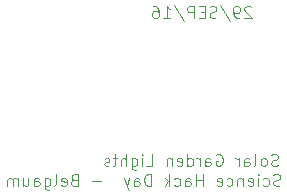
<source format=gbr>
G04 #@! TF.FileFunction,Legend,Bot*
%FSLAX46Y46*%
G04 Gerber Fmt 4.6, Leading zero omitted, Abs format (unit mm)*
G04 Created by KiCad (PCBNEW 4.0.0-rc1-stable) date Sun Oct  2 07:22:39 2016*
%MOMM*%
G01*
G04 APERTURE LIST*
%ADD10C,0.100000*%
G04 APERTURE END LIST*
D10*
X76690476Y-42397619D02*
X76642857Y-42350000D01*
X76547619Y-42302381D01*
X76309523Y-42302381D01*
X76214285Y-42350000D01*
X76166666Y-42397619D01*
X76119047Y-42492857D01*
X76119047Y-42588095D01*
X76166666Y-42730952D01*
X76738095Y-43302381D01*
X76119047Y-43302381D01*
X75642857Y-43302381D02*
X75452381Y-43302381D01*
X75357142Y-43254762D01*
X75309523Y-43207143D01*
X75214285Y-43064286D01*
X75166666Y-42873810D01*
X75166666Y-42492857D01*
X75214285Y-42397619D01*
X75261904Y-42350000D01*
X75357142Y-42302381D01*
X75547619Y-42302381D01*
X75642857Y-42350000D01*
X75690476Y-42397619D01*
X75738095Y-42492857D01*
X75738095Y-42730952D01*
X75690476Y-42826190D01*
X75642857Y-42873810D01*
X75547619Y-42921429D01*
X75357142Y-42921429D01*
X75261904Y-42873810D01*
X75214285Y-42826190D01*
X75166666Y-42730952D01*
X74023809Y-42254762D02*
X74880952Y-43540476D01*
X73738095Y-43254762D02*
X73595238Y-43302381D01*
X73357142Y-43302381D01*
X73261904Y-43254762D01*
X73214285Y-43207143D01*
X73166666Y-43111905D01*
X73166666Y-43016667D01*
X73214285Y-42921429D01*
X73261904Y-42873810D01*
X73357142Y-42826190D01*
X73547619Y-42778571D01*
X73642857Y-42730952D01*
X73690476Y-42683333D01*
X73738095Y-42588095D01*
X73738095Y-42492857D01*
X73690476Y-42397619D01*
X73642857Y-42350000D01*
X73547619Y-42302381D01*
X73309523Y-42302381D01*
X73166666Y-42350000D01*
X72738095Y-42778571D02*
X72404761Y-42778571D01*
X72261904Y-43302381D02*
X72738095Y-43302381D01*
X72738095Y-42302381D01*
X72261904Y-42302381D01*
X71833333Y-43302381D02*
X71833333Y-42302381D01*
X71452380Y-42302381D01*
X71357142Y-42350000D01*
X71309523Y-42397619D01*
X71261904Y-42492857D01*
X71261904Y-42635714D01*
X71309523Y-42730952D01*
X71357142Y-42778571D01*
X71452380Y-42826190D01*
X71833333Y-42826190D01*
X70119047Y-42254762D02*
X70976190Y-43540476D01*
X69261904Y-43302381D02*
X69833333Y-43302381D01*
X69547619Y-43302381D02*
X69547619Y-42302381D01*
X69642857Y-42445238D01*
X69738095Y-42540476D01*
X69833333Y-42588095D01*
X68404761Y-42302381D02*
X68595238Y-42302381D01*
X68690476Y-42350000D01*
X68738095Y-42397619D01*
X68833333Y-42540476D01*
X68880952Y-42730952D01*
X68880952Y-43111905D01*
X68833333Y-43207143D01*
X68785714Y-43254762D01*
X68690476Y-43302381D01*
X68499999Y-43302381D01*
X68404761Y-43254762D01*
X68357142Y-43207143D01*
X68309523Y-43111905D01*
X68309523Y-42873810D01*
X68357142Y-42778571D01*
X68404761Y-42730952D01*
X68499999Y-42683333D01*
X68690476Y-42683333D01*
X68785714Y-42730952D01*
X68833333Y-42778571D01*
X68880952Y-42873810D01*
X79146430Y-57479762D02*
X79003573Y-57527381D01*
X78765477Y-57527381D01*
X78670239Y-57479762D01*
X78622620Y-57432143D01*
X78575001Y-57336905D01*
X78575001Y-57241667D01*
X78622620Y-57146429D01*
X78670239Y-57098810D01*
X78765477Y-57051190D01*
X78955954Y-57003571D01*
X79051192Y-56955952D01*
X79098811Y-56908333D01*
X79146430Y-56813095D01*
X79146430Y-56717857D01*
X79098811Y-56622619D01*
X79051192Y-56575000D01*
X78955954Y-56527381D01*
X78717858Y-56527381D01*
X78575001Y-56575000D01*
X77717858Y-57479762D02*
X77813096Y-57527381D01*
X78003573Y-57527381D01*
X78098811Y-57479762D01*
X78146430Y-57432143D01*
X78194049Y-57336905D01*
X78194049Y-57051190D01*
X78146430Y-56955952D01*
X78098811Y-56908333D01*
X78003573Y-56860714D01*
X77813096Y-56860714D01*
X77717858Y-56908333D01*
X77289287Y-57527381D02*
X77289287Y-56860714D01*
X77289287Y-56527381D02*
X77336906Y-56575000D01*
X77289287Y-56622619D01*
X77241668Y-56575000D01*
X77289287Y-56527381D01*
X77289287Y-56622619D01*
X76432144Y-57479762D02*
X76527382Y-57527381D01*
X76717859Y-57527381D01*
X76813097Y-57479762D01*
X76860716Y-57384524D01*
X76860716Y-57003571D01*
X76813097Y-56908333D01*
X76717859Y-56860714D01*
X76527382Y-56860714D01*
X76432144Y-56908333D01*
X76384525Y-57003571D01*
X76384525Y-57098810D01*
X76860716Y-57194048D01*
X75955954Y-56860714D02*
X75955954Y-57527381D01*
X75955954Y-56955952D02*
X75908335Y-56908333D01*
X75813097Y-56860714D01*
X75670239Y-56860714D01*
X75575001Y-56908333D01*
X75527382Y-57003571D01*
X75527382Y-57527381D01*
X74622620Y-57479762D02*
X74717858Y-57527381D01*
X74908335Y-57527381D01*
X75003573Y-57479762D01*
X75051192Y-57432143D01*
X75098811Y-57336905D01*
X75098811Y-57051190D01*
X75051192Y-56955952D01*
X75003573Y-56908333D01*
X74908335Y-56860714D01*
X74717858Y-56860714D01*
X74622620Y-56908333D01*
X73813096Y-57479762D02*
X73908334Y-57527381D01*
X74098811Y-57527381D01*
X74194049Y-57479762D01*
X74241668Y-57384524D01*
X74241668Y-57003571D01*
X74194049Y-56908333D01*
X74098811Y-56860714D01*
X73908334Y-56860714D01*
X73813096Y-56908333D01*
X73765477Y-57003571D01*
X73765477Y-57098810D01*
X74241668Y-57194048D01*
X72575001Y-57527381D02*
X72575001Y-56527381D01*
X72575001Y-57003571D02*
X72003572Y-57003571D01*
X72003572Y-57527381D02*
X72003572Y-56527381D01*
X71098810Y-57527381D02*
X71098810Y-57003571D01*
X71146429Y-56908333D01*
X71241667Y-56860714D01*
X71432144Y-56860714D01*
X71527382Y-56908333D01*
X71098810Y-57479762D02*
X71194048Y-57527381D01*
X71432144Y-57527381D01*
X71527382Y-57479762D01*
X71575001Y-57384524D01*
X71575001Y-57289286D01*
X71527382Y-57194048D01*
X71432144Y-57146429D01*
X71194048Y-57146429D01*
X71098810Y-57098810D01*
X70194048Y-57479762D02*
X70289286Y-57527381D01*
X70479763Y-57527381D01*
X70575001Y-57479762D01*
X70622620Y-57432143D01*
X70670239Y-57336905D01*
X70670239Y-57051190D01*
X70622620Y-56955952D01*
X70575001Y-56908333D01*
X70479763Y-56860714D01*
X70289286Y-56860714D01*
X70194048Y-56908333D01*
X69765477Y-57527381D02*
X69765477Y-56527381D01*
X69670239Y-57146429D02*
X69384524Y-57527381D01*
X69384524Y-56860714D02*
X69765477Y-57241667D01*
X68194048Y-57527381D02*
X68194048Y-56527381D01*
X67955953Y-56527381D01*
X67813095Y-56575000D01*
X67717857Y-56670238D01*
X67670238Y-56765476D01*
X67622619Y-56955952D01*
X67622619Y-57098810D01*
X67670238Y-57289286D01*
X67717857Y-57384524D01*
X67813095Y-57479762D01*
X67955953Y-57527381D01*
X68194048Y-57527381D01*
X66765476Y-57527381D02*
X66765476Y-57003571D01*
X66813095Y-56908333D01*
X66908333Y-56860714D01*
X67098810Y-56860714D01*
X67194048Y-56908333D01*
X66765476Y-57479762D02*
X66860714Y-57527381D01*
X67098810Y-57527381D01*
X67194048Y-57479762D01*
X67241667Y-57384524D01*
X67241667Y-57289286D01*
X67194048Y-57194048D01*
X67098810Y-57146429D01*
X66860714Y-57146429D01*
X66765476Y-57098810D01*
X66384524Y-56860714D02*
X66146429Y-57527381D01*
X65908333Y-56860714D02*
X66146429Y-57527381D01*
X66241667Y-57765476D01*
X66289286Y-57813095D01*
X66384524Y-57860714D01*
X64003571Y-57146429D02*
X63241666Y-57146429D01*
X61670237Y-57003571D02*
X61527380Y-57051190D01*
X61479761Y-57098810D01*
X61432142Y-57194048D01*
X61432142Y-57336905D01*
X61479761Y-57432143D01*
X61527380Y-57479762D01*
X61622618Y-57527381D01*
X62003571Y-57527381D01*
X62003571Y-56527381D01*
X61670237Y-56527381D01*
X61574999Y-56575000D01*
X61527380Y-56622619D01*
X61479761Y-56717857D01*
X61479761Y-56813095D01*
X61527380Y-56908333D01*
X61574999Y-56955952D01*
X61670237Y-57003571D01*
X62003571Y-57003571D01*
X60622618Y-57479762D02*
X60717856Y-57527381D01*
X60908333Y-57527381D01*
X61003571Y-57479762D01*
X61051190Y-57384524D01*
X61051190Y-57003571D01*
X61003571Y-56908333D01*
X60908333Y-56860714D01*
X60717856Y-56860714D01*
X60622618Y-56908333D01*
X60574999Y-57003571D01*
X60574999Y-57098810D01*
X61051190Y-57194048D01*
X60003571Y-57527381D02*
X60098809Y-57479762D01*
X60146428Y-57384524D01*
X60146428Y-56527381D01*
X59194046Y-56860714D02*
X59194046Y-57670238D01*
X59241665Y-57765476D01*
X59289284Y-57813095D01*
X59384523Y-57860714D01*
X59527380Y-57860714D01*
X59622618Y-57813095D01*
X59194046Y-57479762D02*
X59289284Y-57527381D01*
X59479761Y-57527381D01*
X59574999Y-57479762D01*
X59622618Y-57432143D01*
X59670237Y-57336905D01*
X59670237Y-57051190D01*
X59622618Y-56955952D01*
X59574999Y-56908333D01*
X59479761Y-56860714D01*
X59289284Y-56860714D01*
X59194046Y-56908333D01*
X58289284Y-57527381D02*
X58289284Y-57003571D01*
X58336903Y-56908333D01*
X58432141Y-56860714D01*
X58622618Y-56860714D01*
X58717856Y-56908333D01*
X58289284Y-57479762D02*
X58384522Y-57527381D01*
X58622618Y-57527381D01*
X58717856Y-57479762D01*
X58765475Y-57384524D01*
X58765475Y-57289286D01*
X58717856Y-57194048D01*
X58622618Y-57146429D01*
X58384522Y-57146429D01*
X58289284Y-57098810D01*
X57384522Y-56860714D02*
X57384522Y-57527381D01*
X57813094Y-56860714D02*
X57813094Y-57384524D01*
X57765475Y-57479762D01*
X57670237Y-57527381D01*
X57527379Y-57527381D01*
X57432141Y-57479762D01*
X57384522Y-57432143D01*
X56908332Y-57527381D02*
X56908332Y-56860714D01*
X56908332Y-56955952D02*
X56860713Y-56908333D01*
X56765475Y-56860714D01*
X56622617Y-56860714D01*
X56527379Y-56908333D01*
X56479760Y-57003571D01*
X56479760Y-57527381D01*
X56479760Y-57003571D02*
X56432141Y-56908333D01*
X56336903Y-56860714D01*
X56194046Y-56860714D01*
X56098808Y-56908333D01*
X56051189Y-57003571D01*
X56051189Y-57527381D01*
X78957144Y-55804762D02*
X78814287Y-55852381D01*
X78576191Y-55852381D01*
X78480953Y-55804762D01*
X78433334Y-55757143D01*
X78385715Y-55661905D01*
X78385715Y-55566667D01*
X78433334Y-55471429D01*
X78480953Y-55423810D01*
X78576191Y-55376190D01*
X78766668Y-55328571D01*
X78861906Y-55280952D01*
X78909525Y-55233333D01*
X78957144Y-55138095D01*
X78957144Y-55042857D01*
X78909525Y-54947619D01*
X78861906Y-54900000D01*
X78766668Y-54852381D01*
X78528572Y-54852381D01*
X78385715Y-54900000D01*
X77814287Y-55852381D02*
X77909525Y-55804762D01*
X77957144Y-55757143D01*
X78004763Y-55661905D01*
X78004763Y-55376190D01*
X77957144Y-55280952D01*
X77909525Y-55233333D01*
X77814287Y-55185714D01*
X77671429Y-55185714D01*
X77576191Y-55233333D01*
X77528572Y-55280952D01*
X77480953Y-55376190D01*
X77480953Y-55661905D01*
X77528572Y-55757143D01*
X77576191Y-55804762D01*
X77671429Y-55852381D01*
X77814287Y-55852381D01*
X76909525Y-55852381D02*
X77004763Y-55804762D01*
X77052382Y-55709524D01*
X77052382Y-54852381D01*
X76100000Y-55852381D02*
X76100000Y-55328571D01*
X76147619Y-55233333D01*
X76242857Y-55185714D01*
X76433334Y-55185714D01*
X76528572Y-55233333D01*
X76100000Y-55804762D02*
X76195238Y-55852381D01*
X76433334Y-55852381D01*
X76528572Y-55804762D01*
X76576191Y-55709524D01*
X76576191Y-55614286D01*
X76528572Y-55519048D01*
X76433334Y-55471429D01*
X76195238Y-55471429D01*
X76100000Y-55423810D01*
X75623810Y-55852381D02*
X75623810Y-55185714D01*
X75623810Y-55376190D02*
X75576191Y-55280952D01*
X75528572Y-55233333D01*
X75433334Y-55185714D01*
X75338095Y-55185714D01*
X73719047Y-54900000D02*
X73814285Y-54852381D01*
X73957142Y-54852381D01*
X74100000Y-54900000D01*
X74195238Y-54995238D01*
X74242857Y-55090476D01*
X74290476Y-55280952D01*
X74290476Y-55423810D01*
X74242857Y-55614286D01*
X74195238Y-55709524D01*
X74100000Y-55804762D01*
X73957142Y-55852381D01*
X73861904Y-55852381D01*
X73719047Y-55804762D01*
X73671428Y-55757143D01*
X73671428Y-55423810D01*
X73861904Y-55423810D01*
X72814285Y-55852381D02*
X72814285Y-55328571D01*
X72861904Y-55233333D01*
X72957142Y-55185714D01*
X73147619Y-55185714D01*
X73242857Y-55233333D01*
X72814285Y-55804762D02*
X72909523Y-55852381D01*
X73147619Y-55852381D01*
X73242857Y-55804762D01*
X73290476Y-55709524D01*
X73290476Y-55614286D01*
X73242857Y-55519048D01*
X73147619Y-55471429D01*
X72909523Y-55471429D01*
X72814285Y-55423810D01*
X72338095Y-55852381D02*
X72338095Y-55185714D01*
X72338095Y-55376190D02*
X72290476Y-55280952D01*
X72242857Y-55233333D01*
X72147619Y-55185714D01*
X72052380Y-55185714D01*
X71290475Y-55852381D02*
X71290475Y-54852381D01*
X71290475Y-55804762D02*
X71385713Y-55852381D01*
X71576190Y-55852381D01*
X71671428Y-55804762D01*
X71719047Y-55757143D01*
X71766666Y-55661905D01*
X71766666Y-55376190D01*
X71719047Y-55280952D01*
X71671428Y-55233333D01*
X71576190Y-55185714D01*
X71385713Y-55185714D01*
X71290475Y-55233333D01*
X70433332Y-55804762D02*
X70528570Y-55852381D01*
X70719047Y-55852381D01*
X70814285Y-55804762D01*
X70861904Y-55709524D01*
X70861904Y-55328571D01*
X70814285Y-55233333D01*
X70719047Y-55185714D01*
X70528570Y-55185714D01*
X70433332Y-55233333D01*
X70385713Y-55328571D01*
X70385713Y-55423810D01*
X70861904Y-55519048D01*
X69957142Y-55185714D02*
X69957142Y-55852381D01*
X69957142Y-55280952D02*
X69909523Y-55233333D01*
X69814285Y-55185714D01*
X69671427Y-55185714D01*
X69576189Y-55233333D01*
X69528570Y-55328571D01*
X69528570Y-55852381D01*
X67814284Y-55852381D02*
X68290475Y-55852381D01*
X68290475Y-54852381D01*
X67480951Y-55852381D02*
X67480951Y-55185714D01*
X67480951Y-54852381D02*
X67528570Y-54900000D01*
X67480951Y-54947619D01*
X67433332Y-54900000D01*
X67480951Y-54852381D01*
X67480951Y-54947619D01*
X66576189Y-55185714D02*
X66576189Y-55995238D01*
X66623808Y-56090476D01*
X66671427Y-56138095D01*
X66766666Y-56185714D01*
X66909523Y-56185714D01*
X67004761Y-56138095D01*
X66576189Y-55804762D02*
X66671427Y-55852381D01*
X66861904Y-55852381D01*
X66957142Y-55804762D01*
X67004761Y-55757143D01*
X67052380Y-55661905D01*
X67052380Y-55376190D01*
X67004761Y-55280952D01*
X66957142Y-55233333D01*
X66861904Y-55185714D01*
X66671427Y-55185714D01*
X66576189Y-55233333D01*
X66099999Y-55852381D02*
X66099999Y-54852381D01*
X65671427Y-55852381D02*
X65671427Y-55328571D01*
X65719046Y-55233333D01*
X65814284Y-55185714D01*
X65957142Y-55185714D01*
X66052380Y-55233333D01*
X66099999Y-55280952D01*
X65338094Y-55185714D02*
X64957142Y-55185714D01*
X65195237Y-54852381D02*
X65195237Y-55709524D01*
X65147618Y-55804762D01*
X65052380Y-55852381D01*
X64957142Y-55852381D01*
X64671427Y-55804762D02*
X64576189Y-55852381D01*
X64385713Y-55852381D01*
X64290474Y-55804762D01*
X64242855Y-55709524D01*
X64242855Y-55661905D01*
X64290474Y-55566667D01*
X64385713Y-55519048D01*
X64528570Y-55519048D01*
X64623808Y-55471429D01*
X64671427Y-55376190D01*
X64671427Y-55328571D01*
X64623808Y-55233333D01*
X64528570Y-55185714D01*
X64385713Y-55185714D01*
X64290474Y-55233333D01*
M02*

</source>
